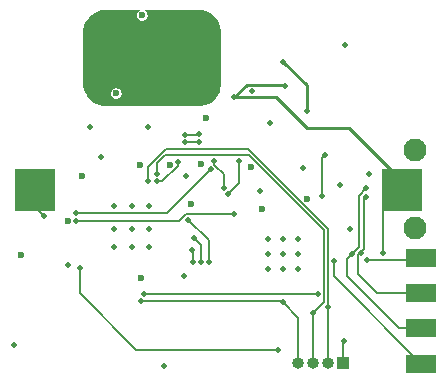
<source format=gbr>
%TF.GenerationSoftware,KiCad,Pcbnew,(6.0.0)*%
%TF.CreationDate,2022-04-21T21:51:44+01:00*%
%TF.ProjectId,Tracer,54726163-6572-42e6-9b69-6361645f7063,C*%
%TF.SameCoordinates,Original*%
%TF.FileFunction,Copper,L4,Bot*%
%TF.FilePolarity,Positive*%
%FSLAX46Y46*%
G04 Gerber Fmt 4.6, Leading zero omitted, Abs format (unit mm)*
G04 Created by KiCad (PCBNEW (6.0.0)) date 2022-04-21 21:51:44*
%MOMM*%
%LPD*%
G01*
G04 APERTURE LIST*
%TA.AperFunction,ComponentPad*%
%ADD10C,1.950000*%
%TD*%
%TA.AperFunction,ComponentPad*%
%ADD11R,1.000000X1.000000*%
%TD*%
%TA.AperFunction,ComponentPad*%
%ADD12O,1.000000X1.000000*%
%TD*%
%TA.AperFunction,SMDPad,CuDef*%
%ADD13R,2.540000X1.524000*%
%TD*%
%TA.AperFunction,SMDPad,CuDef*%
%ADD14R,3.400000X3.600000*%
%TD*%
%TA.AperFunction,ViaPad*%
%ADD15C,0.500000*%
%TD*%
%TA.AperFunction,ViaPad*%
%ADD16C,0.600000*%
%TD*%
%TA.AperFunction,Conductor*%
%ADD17C,0.250000*%
%TD*%
%TA.AperFunction,Conductor*%
%ADD18C,0.150000*%
%TD*%
%TA.AperFunction,Conductor*%
%ADD19C,0.200000*%
%TD*%
G04 APERTURE END LIST*
D10*
%TO.P,J1,MH1,MH1*%
%TO.N,unconnected-(J1-PadMH1)*%
X163475000Y-99500000D03*
%TO.P,J1,MH2,MH2*%
%TO.N,unconnected-(J1-PadMH2)*%
X163475000Y-92900000D03*
%TD*%
D11*
%TO.P,J2,1,Pin_1*%
%TO.N,DTR*%
X157400000Y-110900000D03*
D12*
%TO.P,J2,2,Pin_2*%
%TO.N,U0RXD*%
X156130000Y-110900000D03*
%TO.P,J2,3,Pin_3*%
%TO.N,U0TXD*%
X154860000Y-110900000D03*
%TO.P,J2,4,Pin_4*%
%TO.N,RTS*%
X153590000Y-110900000D03*
%TD*%
D13*
%TO.P,TP1,1,VBUS*%
%TO.N,Net-(D1-Pad2)*%
X164000000Y-102000000D03*
%TO.P,TP1,2,D-*%
%TO.N,D-*%
X164000000Y-105000000D03*
%TO.P,TP1,3,D+*%
%TO.N,D+*%
X164000000Y-108000000D03*
%TO.P,TP1,4,GND*%
%TO.N,GND*%
X164000000Y-111000000D03*
%TD*%
D14*
%TO.P,BT1,1,+*%
%TO.N,+BATT*%
X162400000Y-96300000D03*
%TO.P,BT1,2,-*%
%TO.N,GND*%
X131300000Y-96300000D03*
%TD*%
D15*
%TO.N,+BATT*%
X148200000Y-88400000D03*
X160800000Y-101600000D03*
X152500000Y-87500000D03*
%TO.N,GND*%
X138000000Y-101100000D03*
X139500000Y-97600000D03*
X138000000Y-99550000D03*
X136135000Y-83080000D03*
X151200000Y-90600000D03*
X146295000Y-88160000D03*
X143755000Y-83080000D03*
X157950000Y-99600000D03*
X136900000Y-93500000D03*
X151060000Y-102950000D03*
X151060000Y-101680000D03*
X141000000Y-101100000D03*
X149679122Y-87879122D03*
X146295000Y-83080000D03*
X153600000Y-102950000D03*
X152330000Y-100410000D03*
X143900000Y-103600000D03*
X139500000Y-101100000D03*
X140850000Y-90950000D03*
X143755000Y-88160000D03*
X154000000Y-94400000D03*
X135950000Y-90950000D03*
X141000000Y-99550000D03*
X150400000Y-96400000D03*
X134100000Y-102600000D03*
X151060000Y-100410000D03*
X141000000Y-97600000D03*
X157600000Y-84000000D03*
X159600000Y-94900000D03*
X152330000Y-102950000D03*
X156600000Y-102250000D03*
X141215000Y-85620000D03*
X142200000Y-111200000D03*
X141215000Y-88160000D03*
X129500000Y-109400000D03*
X157100000Y-95850000D03*
X144100000Y-95100000D03*
X132100000Y-98500000D03*
X152330000Y-101680000D03*
X139500000Y-99550000D03*
X138000000Y-97600000D03*
X153600000Y-101680000D03*
X153600000Y-100410000D03*
X136135000Y-88160000D03*
D16*
%TO.N,+3V3*%
X140200000Y-94200000D03*
X140300000Y-103700000D03*
X142700000Y-94200000D03*
X140395000Y-81500000D03*
X135300000Y-95100000D03*
X154332671Y-97067329D03*
X138195000Y-88100000D03*
X145400000Y-94100000D03*
X134100000Y-98900000D03*
X150500000Y-97900000D03*
X144500000Y-97500000D03*
X130100000Y-101800000D03*
X145750000Y-90150000D03*
X149600000Y-94300000D03*
D15*
%TO.N,GPIO10*%
X145400000Y-102400000D03*
X144800000Y-100300000D03*
%TO.N,GPIO17*%
X144600000Y-101370500D03*
X144700000Y-102369500D03*
%TO.N,GPIO7*%
X144300000Y-98800000D03*
X146049503Y-102400000D03*
%TO.N,GPIO36*%
X146200000Y-94500000D03*
X134800000Y-98250497D03*
%TO.N,GPIO37*%
X134800000Y-98900000D03*
X148200000Y-98300000D03*
%TO.N,VUSB*%
X155600000Y-96800000D03*
X155900000Y-93300000D03*
%TO.N,GPIO18*%
X144025500Y-91600000D03*
X145200000Y-91550497D03*
X148600000Y-93800000D03*
X147634166Y-96656944D03*
%TO.N,GPIO23*%
X147300000Y-96100000D03*
X145200000Y-92200000D03*
X144025500Y-92249503D03*
X146500000Y-93800000D03*
%TO.N,GPIO19*%
X141600000Y-95549503D03*
X143400000Y-93900000D03*
%TO.N,U0RXD*%
X156100000Y-106200000D03*
X140900000Y-95500000D03*
%TO.N,Net-(D4-Pad1)*%
X154300000Y-89600000D03*
X152300000Y-85400000D03*
%TO.N,D+*%
X159352334Y-96150000D03*
X158183962Y-101699500D03*
%TO.N,D-*%
X158925500Y-101650000D03*
X159352334Y-96900000D03*
%TO.N,U0TXD*%
X141600000Y-94900000D03*
X154860000Y-106689022D03*
%TO.N,RTS*%
X152300000Y-105800000D03*
X140294609Y-105716172D03*
%TO.N,DTR*%
X157500000Y-109100000D03*
X140500000Y-105100000D03*
X155300000Y-105100000D03*
%TO.N,GPIO35*%
X135100000Y-102900000D03*
X151900000Y-109800000D03*
%TO.N,Net-(D1-Pad2)*%
X159400000Y-102200000D03*
%TD*%
D17*
%TO.N,+BATT*%
X151703633Y-88403633D02*
X154300000Y-91000000D01*
X148203633Y-88403633D02*
X151703633Y-88403633D01*
X149245389Y-87354611D02*
X148200000Y-88400000D01*
X154300000Y-91000000D02*
X157900000Y-91000000D01*
X152354611Y-87354611D02*
X149245389Y-87354611D01*
X157900000Y-91000000D02*
X163150000Y-96250000D01*
D18*
X160800000Y-101600000D02*
X160800000Y-97845000D01*
D17*
X148200000Y-88400000D02*
X148203633Y-88403633D01*
X152500000Y-87500000D02*
X152354611Y-87354611D01*
D18*
%TO.N,GND*%
X132100000Y-98500000D02*
X131245000Y-97645000D01*
X156600000Y-103600000D02*
X156600000Y-102250000D01*
X164000000Y-111000000D02*
X156600000Y-103600000D01*
%TO.N,GPIO10*%
X145400000Y-100900000D02*
X144800000Y-100300000D01*
X145400000Y-102400000D02*
X145400000Y-100900000D01*
%TO.N,GPIO17*%
X144700000Y-102369500D02*
X144700000Y-101470500D01*
X144700000Y-101470500D02*
X144600000Y-101370500D01*
%TO.N,GPIO7*%
X146049503Y-100549503D02*
X144300000Y-98800000D01*
X146049503Y-102400000D02*
X146049503Y-100549503D01*
%TO.N,GPIO36*%
X134800000Y-98250497D02*
X142449503Y-98250497D01*
X142449503Y-98250497D02*
X146200000Y-94500000D01*
%TO.N,GPIO37*%
X144128939Y-98300000D02*
X148200000Y-98300000D01*
X143528939Y-98900000D02*
X144128939Y-98300000D01*
X134800000Y-98900000D02*
X143528939Y-98900000D01*
%TO.N,VUSB*%
X155600000Y-93600000D02*
X155900000Y-93300000D01*
X155600000Y-96800000D02*
X155600000Y-93600000D01*
%TO.N,GPIO18*%
X147634166Y-96656944D02*
X148600000Y-95691110D01*
X144025500Y-91600000D02*
X145150497Y-91600000D01*
X145150497Y-91600000D02*
X145200000Y-91550497D01*
X148600000Y-95691110D02*
X148600000Y-93800000D01*
%TO.N,GPIO23*%
X147300000Y-96100000D02*
X147300000Y-94928939D01*
X144025500Y-92249503D02*
X145150497Y-92249503D01*
X145150497Y-92249503D02*
X145200000Y-92200000D01*
X146500000Y-94128939D02*
X146500000Y-93800000D01*
X147300000Y-94928939D02*
X146500000Y-94128939D01*
%TO.N,GPIO19*%
X142092269Y-95549503D02*
X143400000Y-94241772D01*
X141600000Y-95549503D02*
X142092269Y-95549503D01*
X143400000Y-94241772D02*
X143400000Y-93900000D01*
%TO.N,U0RXD*%
X140900000Y-94300000D02*
X142400000Y-92800000D01*
X156100000Y-106200000D02*
X156100000Y-110870000D01*
X156100000Y-99576414D02*
X156100000Y-106200000D01*
X142400000Y-92800000D02*
X149323586Y-92800000D01*
X149323586Y-92800000D02*
X156100000Y-99576414D01*
X140900000Y-95500000D02*
X140900000Y-94300000D01*
D17*
%TO.N,Net-(D4-Pad1)*%
X154300000Y-89600000D02*
X154300000Y-87400000D01*
X154300000Y-87400000D02*
X152300000Y-85400000D01*
D19*
%TO.N,D+*%
X158710006Y-101121794D02*
X157700000Y-102131800D01*
X162100000Y-108000000D02*
X157700000Y-103600000D01*
X159352334Y-96150000D02*
X158710006Y-96792328D01*
X158710006Y-96792328D02*
X158710006Y-101121794D01*
X157700000Y-102131800D02*
X157700000Y-103600000D01*
X164000000Y-108000000D02*
X162100000Y-108000000D01*
%TO.N,D-*%
X159238731Y-96900000D02*
X159352334Y-96900000D01*
X160300000Y-105000000D02*
X158674500Y-103374500D01*
X159160006Y-96978725D02*
X159238731Y-96900000D01*
X164000000Y-105000000D02*
X160300000Y-105000000D01*
X158674500Y-101793700D02*
X159160006Y-101308194D01*
X158674500Y-103374500D02*
X158674500Y-101793700D01*
X159160006Y-101308194D02*
X159160006Y-96978725D01*
D18*
%TO.N,U0TXD*%
X142298097Y-93325489D02*
X149425489Y-93325489D01*
X141600000Y-94900000D02*
X141600000Y-94023586D01*
X155774511Y-105774511D02*
X154860000Y-106689022D01*
X141600000Y-94023586D02*
X142298097Y-93325489D01*
X149425489Y-93325489D02*
X155774511Y-99674511D01*
X154860000Y-106689022D02*
X154860000Y-110900000D01*
X155774511Y-99674511D02*
X155774511Y-105774511D01*
%TO.N,RTS*%
X140369028Y-105641753D02*
X152141753Y-105641753D01*
X153590000Y-110900000D02*
X153590000Y-107090000D01*
X140369028Y-105641753D02*
X140294609Y-105716172D01*
X152141753Y-105641753D02*
X152300000Y-105800000D01*
X153590000Y-107090000D02*
X152300000Y-105800000D01*
%TO.N,DTR*%
X155300000Y-105100000D02*
X140500000Y-105100000D01*
X157500000Y-109100000D02*
X157400000Y-109200000D01*
X157400000Y-109200000D02*
X157400000Y-110900000D01*
%TO.N,GPIO35*%
X135100000Y-102900000D02*
X135100000Y-105000000D01*
X139900000Y-109800000D02*
X151900000Y-109800000D01*
X135100000Y-105000000D02*
X139900000Y-109800000D01*
%TO.N,Net-(D1-Pad2)*%
X159400000Y-102200000D02*
X163800000Y-102200000D01*
%TD*%
%TA.AperFunction,Conductor*%
%TO.N,GND*%
G36*
X140134747Y-81017313D02*
G01*
X140160057Y-81061150D01*
X140151267Y-81111000D01*
X140126669Y-81136584D01*
X140100019Y-81153399D01*
X140096531Y-81157348D01*
X140096529Y-81157350D01*
X140093288Y-81161020D01*
X140014596Y-81250122D01*
X140012357Y-81254891D01*
X140012355Y-81254894D01*
X139984156Y-81314957D01*
X139959754Y-81366932D01*
X139939901Y-81494440D01*
X139940584Y-81499663D01*
X139940584Y-81499666D01*
X139941708Y-81508257D01*
X139956633Y-81622394D01*
X140008605Y-81740510D01*
X140091639Y-81839291D01*
X140199060Y-81910796D01*
X140204092Y-81912368D01*
X140204094Y-81912369D01*
X140239281Y-81923362D01*
X140322233Y-81949278D01*
X140327501Y-81949375D01*
X140327504Y-81949375D01*
X140381552Y-81950365D01*
X140451255Y-81951643D01*
X140456338Y-81950257D01*
X140456340Y-81950257D01*
X140570671Y-81919086D01*
X140575755Y-81917700D01*
X140685724Y-81850179D01*
X140772322Y-81754507D01*
X140828588Y-81638375D01*
X140849997Y-81511120D01*
X140850133Y-81500000D01*
X140831839Y-81372259D01*
X140808378Y-81320659D01*
X140780610Y-81259586D01*
X140780608Y-81259583D01*
X140778428Y-81254788D01*
X140771003Y-81246170D01*
X140697633Y-81161020D01*
X140697632Y-81161019D01*
X140694193Y-81157028D01*
X140689774Y-81154164D01*
X140689772Y-81154162D01*
X140661900Y-81136097D01*
X140631401Y-81095698D01*
X140634006Y-81045146D01*
X140668496Y-81008095D01*
X140702149Y-81000000D01*
X145092364Y-81000000D01*
X145097642Y-81000189D01*
X145374347Y-81019979D01*
X145384797Y-81021481D01*
X145653297Y-81079890D01*
X145663427Y-81082865D01*
X145768878Y-81122196D01*
X145920876Y-81178888D01*
X145930471Y-81183270D01*
X146171638Y-81314957D01*
X146180511Y-81320659D01*
X146384426Y-81473309D01*
X146400485Y-81485330D01*
X146408464Y-81492244D01*
X146602756Y-81686536D01*
X146609670Y-81694515D01*
X146774341Y-81914489D01*
X146780043Y-81923362D01*
X146911728Y-82164525D01*
X146916114Y-82174129D01*
X147012135Y-82431573D01*
X147015110Y-82441703D01*
X147073519Y-82710203D01*
X147075021Y-82720654D01*
X147094811Y-82997357D01*
X147095000Y-83002636D01*
X147095000Y-87197364D01*
X147094811Y-87202643D01*
X147075021Y-87479346D01*
X147073519Y-87489797D01*
X147015110Y-87758297D01*
X147012135Y-87768427D01*
X146936154Y-87972142D01*
X146916114Y-88025871D01*
X146911730Y-88035471D01*
X146803777Y-88233173D01*
X146780046Y-88276633D01*
X146774341Y-88285511D01*
X146662243Y-88435256D01*
X146609670Y-88505485D01*
X146602756Y-88513464D01*
X146408464Y-88707756D01*
X146400485Y-88714670D01*
X146180511Y-88879341D01*
X146171638Y-88885043D01*
X145930471Y-89016730D01*
X145920876Y-89021112D01*
X145768878Y-89077804D01*
X145663427Y-89117135D01*
X145653297Y-89120110D01*
X145384797Y-89178519D01*
X145374347Y-89180021D01*
X145097643Y-89199811D01*
X145092364Y-89200000D01*
X137397636Y-89200000D01*
X137392357Y-89199811D01*
X137115653Y-89180021D01*
X137105203Y-89178519D01*
X136836703Y-89120110D01*
X136826573Y-89117135D01*
X136721122Y-89077804D01*
X136569124Y-89021112D01*
X136559529Y-89016730D01*
X136318362Y-88885043D01*
X136309489Y-88879341D01*
X136089515Y-88714670D01*
X136081536Y-88707756D01*
X135887244Y-88513464D01*
X135880330Y-88505485D01*
X135827757Y-88435256D01*
X135715659Y-88285511D01*
X135709954Y-88276633D01*
X135686224Y-88233173D01*
X135610470Y-88094440D01*
X137739901Y-88094440D01*
X137740584Y-88099663D01*
X137740584Y-88099666D01*
X137741708Y-88108257D01*
X137756633Y-88222394D01*
X137808605Y-88340510D01*
X137891639Y-88439291D01*
X137999060Y-88510796D01*
X138004092Y-88512368D01*
X138004094Y-88512369D01*
X138039714Y-88523497D01*
X138122233Y-88549278D01*
X138127501Y-88549375D01*
X138127504Y-88549375D01*
X138181552Y-88550365D01*
X138251255Y-88551643D01*
X138256338Y-88550257D01*
X138256340Y-88550257D01*
X138370671Y-88519086D01*
X138375755Y-88517700D01*
X138485724Y-88450179D01*
X138572322Y-88354507D01*
X138628588Y-88238375D01*
X138649997Y-88111120D01*
X138650133Y-88100000D01*
X138631839Y-87972259D01*
X138578428Y-87854788D01*
X138571003Y-87846170D01*
X138497633Y-87761020D01*
X138497632Y-87761019D01*
X138494193Y-87757028D01*
X138489774Y-87754164D01*
X138489772Y-87754162D01*
X138390329Y-87689708D01*
X138390330Y-87689708D01*
X138385906Y-87686841D01*
X138380857Y-87685331D01*
X138380855Y-87685330D01*
X138267326Y-87651377D01*
X138267325Y-87651377D01*
X138262273Y-87649866D01*
X138196771Y-87649466D01*
X138138501Y-87649110D01*
X138138500Y-87649110D01*
X138133231Y-87649078D01*
X138009155Y-87684539D01*
X137900019Y-87753399D01*
X137896531Y-87757348D01*
X137896529Y-87757350D01*
X137860845Y-87797755D01*
X137814596Y-87850122D01*
X137812357Y-87854891D01*
X137812355Y-87854894D01*
X137768892Y-87947469D01*
X137759754Y-87966932D01*
X137739901Y-88094440D01*
X135610470Y-88094440D01*
X135578270Y-88035471D01*
X135573886Y-88025871D01*
X135553847Y-87972142D01*
X135477865Y-87768427D01*
X135474890Y-87758297D01*
X135416481Y-87489797D01*
X135414979Y-87479346D01*
X135395189Y-87202643D01*
X135395000Y-87197364D01*
X135395000Y-83002636D01*
X135395189Y-82997357D01*
X135414979Y-82720654D01*
X135416481Y-82710203D01*
X135474890Y-82441703D01*
X135477865Y-82431573D01*
X135573886Y-82174129D01*
X135578272Y-82164525D01*
X135709957Y-81923362D01*
X135715659Y-81914489D01*
X135880330Y-81694515D01*
X135887244Y-81686536D01*
X136081536Y-81492244D01*
X136089515Y-81485330D01*
X136105574Y-81473309D01*
X136309489Y-81320659D01*
X136318362Y-81314957D01*
X136559529Y-81183270D01*
X136569124Y-81178888D01*
X136721122Y-81122196D01*
X136826573Y-81082865D01*
X136836703Y-81079890D01*
X137105203Y-81021481D01*
X137115653Y-81019979D01*
X137392358Y-81000189D01*
X137397636Y-81000000D01*
X140087181Y-81000000D01*
X140134747Y-81017313D01*
G37*
%TD.AperFunction*%
%TD*%
M02*

</source>
